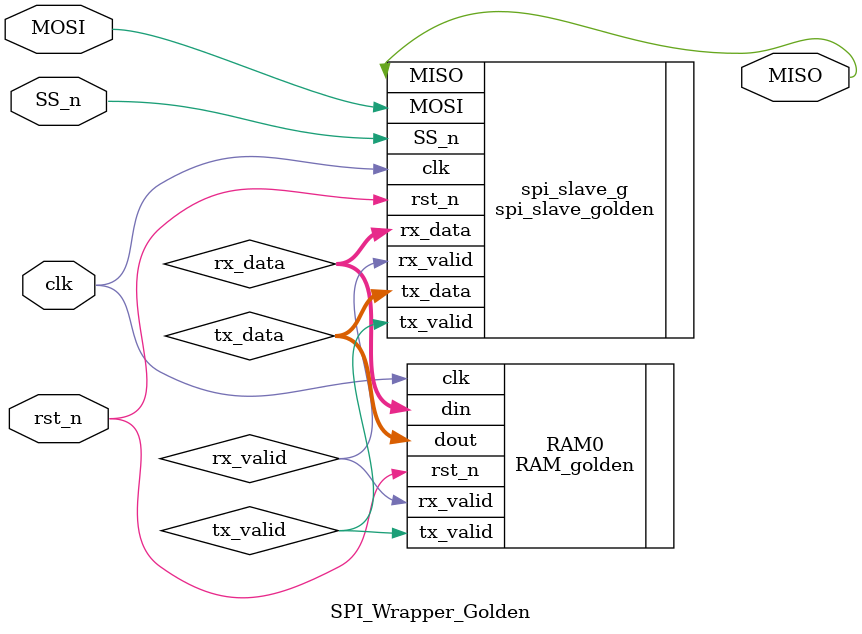
<source format=v>
module SPI_Wrapper_Golden(MOSI,MISO,SS_n,clk,rst_n);
input  MOSI,clk,rst_n,SS_n;
output MISO;
wire [9:0]rx_data;
wire [7:0]tx_data;
wire rx_valid,tx_valid;

RAM_golden RAM0(.din(rx_data),.rx_valid(rx_valid),.clk(clk),.rst_n(rst_n),.dout(tx_data),.tx_valid(tx_valid));
spi_slave_golden spi_slave_g(.MOSI(MOSI),.MISO(MISO),.SS_n(SS_n),.clk(clk),.rst_n(rst_n),.rx_data(rx_data),.rx_valid(rx_valid),.tx_data(tx_data),.tx_valid(tx_valid)); 


endmodule
</source>
